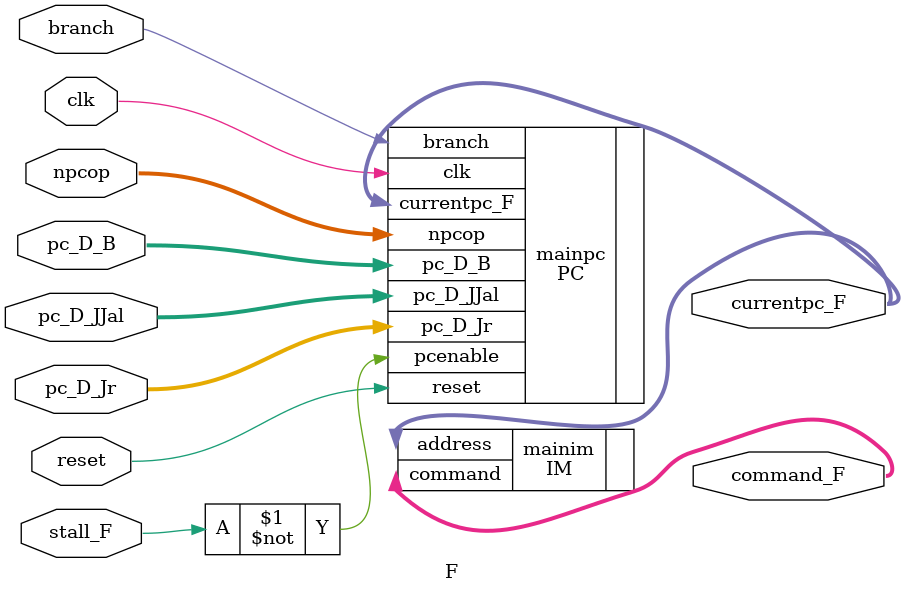
<source format=v>
module F (
    input  wire clk,
    input  wire reset,
    input  wire stall_F,
    input  wire [2:0] npcop,
    input  wire branch,
    input  wire [31:0] pc_D_B, pc_D_JJal, pc_D_Jr,
    output wire [31:0] currentpc_F,
    output wire [31:0] command_F
);

    PC mainpc(
        .clk(clk),
        .reset(reset),
        .pcenable(~stall_F),
        .npcop(npcop),
        .pc_D_B(pc_D_B),
        .pc_D_JJal(pc_D_JJal),
        .pc_D_Jr(pc_D_Jr),
        .branch(branch),
        .currentpc_F(currentpc_F)
    );

    IM mainim(
        .address(currentpc_F),
        .command(command_F)
    );

endmodule //F
</source>
